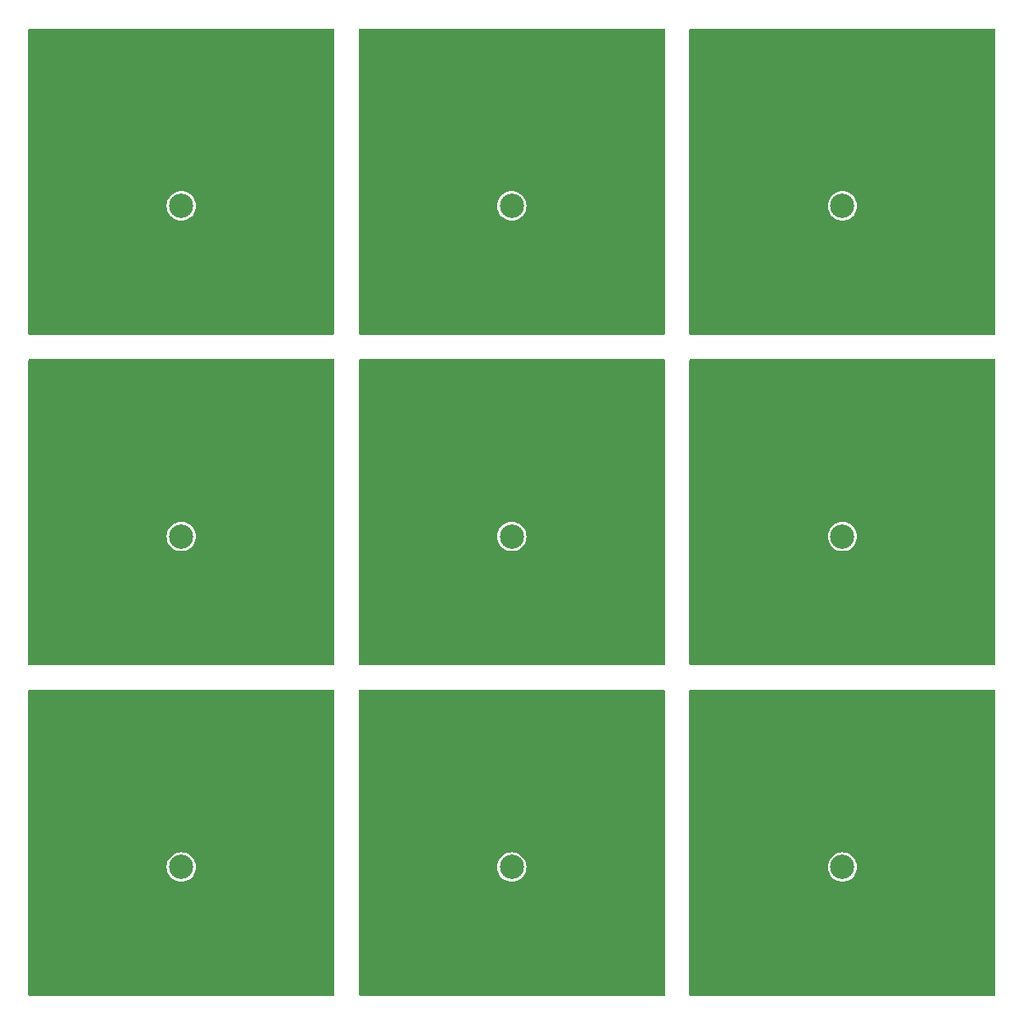
<source format=gbr>
%TF.GenerationSoftware,KiCad,Pcbnew,(6.0.4)*%
%TF.CreationDate,2022-12-29T00:07:26+09:00*%
%TF.ProjectId,gps-ublox-m10s,6770732d-7562-46c6-9f78-2d6d3130732e,rev?*%
%TF.SameCoordinates,Original*%
%TF.FileFunction,Copper,L2,Bot*%
%TF.FilePolarity,Positive*%
%FSLAX46Y46*%
G04 Gerber Fmt 4.6, Leading zero omitted, Abs format (unit mm)*
G04 Created by KiCad (PCBNEW (6.0.4)) date 2022-12-29 00:07:26*
%MOMM*%
%LPD*%
G01*
G04 APERTURE LIST*
%TA.AperFunction,ComponentPad*%
%ADD10C,2.500000*%
%TD*%
%TA.AperFunction,ViaPad*%
%ADD11C,0.800000*%
%TD*%
G04 APERTURE END LIST*
D10*
%TO.P,ANT9,1,1*%
%TO.N,Net-(ANT1-Pad1)*%
X189175000Y-136559831D03*
%TD*%
%TO.P,ANT8,1,1*%
%TO.N,Net-(ANT1-Pad1)*%
X155175000Y-136559831D03*
%TD*%
%TO.P,ANT7,1,1*%
%TO.N,Net-(ANT1-Pad1)*%
X121175000Y-136559831D03*
%TD*%
%TO.P,ANT6,1,1*%
%TO.N,Net-(ANT1-Pad1)*%
X189175000Y-102559831D03*
%TD*%
%TO.P,ANT5,1,1*%
%TO.N,Net-(ANT1-Pad1)*%
X155175000Y-102559831D03*
%TD*%
%TO.P,ANT4,1,1*%
%TO.N,Net-(ANT1-Pad1)*%
X121175000Y-102559831D03*
%TD*%
%TO.P,ANT3,1,1*%
%TO.N,Net-(ANT1-Pad1)*%
X189175000Y-68559831D03*
%TD*%
%TO.P,ANT2,1,1*%
%TO.N,Net-(ANT1-Pad1)*%
X155175000Y-68559831D03*
%TD*%
%TO.P,ANT1,1,1*%
%TO.N,Net-(ANT1-Pad1)*%
X121175000Y-68559831D03*
%TD*%
D11*
%TO.N,GND*%
X174675000Y-148559831D03*
X190175000Y-140559831D03*
X182175000Y-146059831D03*
X187675000Y-122059831D03*
X184843022Y-132078340D03*
X174675000Y-119559831D03*
X194675000Y-143559831D03*
X187175000Y-136259831D03*
X203175000Y-143559831D03*
X189775000Y-134659831D03*
X184843022Y-148578340D03*
X187375000Y-137459831D03*
X178375000Y-129859831D03*
X187624308Y-143587525D03*
X195606978Y-124641322D03*
X174675000Y-122059831D03*
X174675000Y-134559831D03*
X187675000Y-148559831D03*
X201175000Y-139459831D03*
X190225692Y-148532137D03*
X195675000Y-122059831D03*
X182225692Y-132032137D03*
X194775000Y-146059831D03*
X182225692Y-122032137D03*
X203175000Y-141059831D03*
X179675000Y-132059831D03*
X194175000Y-138259831D03*
X174675000Y-132059831D03*
X200675000Y-119559831D03*
X192843022Y-122078340D03*
X179624308Y-140587525D03*
X182225692Y-134532137D03*
X201175000Y-135259831D03*
X176792330Y-143606034D03*
X182225692Y-137532137D03*
X203175000Y-132259831D03*
X191575000Y-140259831D03*
X179675000Y-148559831D03*
X174675000Y-137559831D03*
X191575000Y-135659831D03*
X176843022Y-132078340D03*
X176843022Y-137578340D03*
X190175000Y-143559831D03*
X198175000Y-137459831D03*
X183075000Y-130659831D03*
X187675000Y-119559831D03*
X176792330Y-146106034D03*
X174624308Y-143587525D03*
X200606978Y-124641322D03*
X198225692Y-148532137D03*
X184792330Y-143606034D03*
X182175000Y-140559831D03*
X179675000Y-134559831D03*
X203175000Y-148559831D03*
X179675000Y-137559831D03*
X192575000Y-146059831D03*
X203106978Y-124641322D03*
X194975000Y-135259831D03*
X179624308Y-143587525D03*
X184843022Y-119578340D03*
X192775000Y-124659831D03*
X187575000Y-135259831D03*
X182175000Y-143559831D03*
X203175000Y-122059831D03*
X198175000Y-139459831D03*
X184843022Y-137578340D03*
X187624308Y-140587525D03*
X179675000Y-122059831D03*
X203225692Y-146032137D03*
X176843022Y-148578340D03*
X192843022Y-119578340D03*
X203225692Y-135032137D03*
X195675000Y-119559831D03*
X176792330Y-140606034D03*
X187775000Y-125459831D03*
X190175000Y-146059831D03*
X187624308Y-146087525D03*
X201175000Y-137459831D03*
X188175000Y-138259831D03*
X192475000Y-143559831D03*
X176843022Y-122078340D03*
X187775000Y-132059831D03*
X192843022Y-148578340D03*
X200675000Y-122059831D03*
X182225692Y-148532137D03*
X179675000Y-119559831D03*
X184843022Y-122078340D03*
X174624308Y-140587525D03*
X198175000Y-135259831D03*
X203175000Y-138059831D03*
X176843022Y-119578340D03*
X177775000Y-125859831D03*
X190225692Y-122032137D03*
X198225692Y-119532137D03*
X176843022Y-134578340D03*
X190225692Y-119532137D03*
X189775000Y-138459831D03*
X184792330Y-146106034D03*
X187775000Y-129259831D03*
X182225692Y-119532137D03*
X195675000Y-148559831D03*
X179624308Y-146087525D03*
X174624308Y-146087525D03*
X201275000Y-133959831D03*
X203175000Y-119559831D03*
X193375000Y-137459831D03*
X192375000Y-136659831D03*
X184843022Y-134578340D03*
X194975000Y-139459831D03*
X190575000Y-139259831D03*
X184792330Y-140606034D03*
X188575000Y-134659831D03*
X200675000Y-148559831D03*
X191775000Y-130859831D03*
X198225692Y-122032137D03*
X190775000Y-134859831D03*
X194975000Y-137459831D03*
X193675000Y-130059831D03*
X198157670Y-124613628D03*
X140675000Y-148559831D03*
X156175000Y-140559831D03*
X148175000Y-146059831D03*
X153675000Y-122059831D03*
X150843022Y-132078340D03*
X140675000Y-119559831D03*
X160675000Y-143559831D03*
X153175000Y-136259831D03*
X169175000Y-143559831D03*
X155775000Y-134659831D03*
X150843022Y-148578340D03*
X153375000Y-137459831D03*
X144375000Y-129859831D03*
X153624308Y-143587525D03*
X161606978Y-124641322D03*
X140675000Y-122059831D03*
X140675000Y-134559831D03*
X153675000Y-148559831D03*
X167175000Y-139459831D03*
X156225692Y-148532137D03*
X161675000Y-122059831D03*
X148225692Y-132032137D03*
X160775000Y-146059831D03*
X148225692Y-122032137D03*
X169175000Y-141059831D03*
X145675000Y-132059831D03*
X160175000Y-138259831D03*
X140675000Y-132059831D03*
X166675000Y-119559831D03*
X158843022Y-122078340D03*
X145624308Y-140587525D03*
X148225692Y-134532137D03*
X167175000Y-135259831D03*
X142792330Y-143606034D03*
X148225692Y-137532137D03*
X169175000Y-132259831D03*
X157575000Y-140259831D03*
X145675000Y-148559831D03*
X140675000Y-137559831D03*
X157575000Y-135659831D03*
X142843022Y-132078340D03*
X142843022Y-137578340D03*
X156175000Y-143559831D03*
X164175000Y-137459831D03*
X149075000Y-130659831D03*
X153675000Y-119559831D03*
X142792330Y-146106034D03*
X140624308Y-143587525D03*
X166606978Y-124641322D03*
X164225692Y-148532137D03*
X150792330Y-143606034D03*
X148175000Y-140559831D03*
X145675000Y-134559831D03*
X169175000Y-148559831D03*
X145675000Y-137559831D03*
X158575000Y-146059831D03*
X169106978Y-124641322D03*
X160975000Y-135259831D03*
X145624308Y-143587525D03*
X150843022Y-119578340D03*
X158775000Y-124659831D03*
X153575000Y-135259831D03*
X148175000Y-143559831D03*
X169175000Y-122059831D03*
X164175000Y-139459831D03*
X150843022Y-137578340D03*
X153624308Y-140587525D03*
X145675000Y-122059831D03*
X169225692Y-146032137D03*
X142843022Y-148578340D03*
X158843022Y-119578340D03*
X169225692Y-135032137D03*
X161675000Y-119559831D03*
X142792330Y-140606034D03*
X153775000Y-125459831D03*
X156175000Y-146059831D03*
X153624308Y-146087525D03*
X167175000Y-137459831D03*
X154175000Y-138259831D03*
X158475000Y-143559831D03*
X142843022Y-122078340D03*
X153775000Y-132059831D03*
X158843022Y-148578340D03*
X166675000Y-122059831D03*
X148225692Y-148532137D03*
X145675000Y-119559831D03*
X150843022Y-122078340D03*
X140624308Y-140587525D03*
X164175000Y-135259831D03*
X169175000Y-138059831D03*
X142843022Y-119578340D03*
X143775000Y-125859831D03*
X156225692Y-122032137D03*
X164225692Y-119532137D03*
X142843022Y-134578340D03*
X156225692Y-119532137D03*
X155775000Y-138459831D03*
X150792330Y-146106034D03*
X153775000Y-129259831D03*
X148225692Y-119532137D03*
X161675000Y-148559831D03*
X145624308Y-146087525D03*
X140624308Y-146087525D03*
X167275000Y-133959831D03*
X169175000Y-119559831D03*
X159375000Y-137459831D03*
X158375000Y-136659831D03*
X150843022Y-134578340D03*
X160975000Y-139459831D03*
X156575000Y-139259831D03*
X150792330Y-140606034D03*
X154575000Y-134659831D03*
X166675000Y-148559831D03*
X157775000Y-130859831D03*
X164225692Y-122032137D03*
X156775000Y-134859831D03*
X160975000Y-137459831D03*
X159675000Y-130059831D03*
X164157670Y-124613628D03*
X106675000Y-148559831D03*
X122175000Y-140559831D03*
X114175000Y-146059831D03*
X119675000Y-122059831D03*
X116843022Y-132078340D03*
X106675000Y-119559831D03*
X126675000Y-143559831D03*
X119175000Y-136259831D03*
X135175000Y-143559831D03*
X121775000Y-134659831D03*
X116843022Y-148578340D03*
X119375000Y-137459831D03*
X110375000Y-129859831D03*
X119624308Y-143587525D03*
X127606978Y-124641322D03*
X106675000Y-122059831D03*
X106675000Y-134559831D03*
X119675000Y-148559831D03*
X133175000Y-139459831D03*
X122225692Y-148532137D03*
X127675000Y-122059831D03*
X114225692Y-132032137D03*
X126775000Y-146059831D03*
X114225692Y-122032137D03*
X135175000Y-141059831D03*
X111675000Y-132059831D03*
X126175000Y-138259831D03*
X106675000Y-132059831D03*
X132675000Y-119559831D03*
X124843022Y-122078340D03*
X111624308Y-140587525D03*
X114225692Y-134532137D03*
X133175000Y-135259831D03*
X108792330Y-143606034D03*
X114225692Y-137532137D03*
X135175000Y-132259831D03*
X123575000Y-140259831D03*
X111675000Y-148559831D03*
X106675000Y-137559831D03*
X123575000Y-135659831D03*
X108843022Y-132078340D03*
X108843022Y-137578340D03*
X122175000Y-143559831D03*
X130175000Y-137459831D03*
X115075000Y-130659831D03*
X119675000Y-119559831D03*
X108792330Y-146106034D03*
X106624308Y-143587525D03*
X132606978Y-124641322D03*
X130225692Y-148532137D03*
X116792330Y-143606034D03*
X114175000Y-140559831D03*
X111675000Y-134559831D03*
X135175000Y-148559831D03*
X111675000Y-137559831D03*
X124575000Y-146059831D03*
X135106978Y-124641322D03*
X126975000Y-135259831D03*
X111624308Y-143587525D03*
X116843022Y-119578340D03*
X124775000Y-124659831D03*
X119575000Y-135259831D03*
X114175000Y-143559831D03*
X135175000Y-122059831D03*
X130175000Y-139459831D03*
X116843022Y-137578340D03*
X119624308Y-140587525D03*
X111675000Y-122059831D03*
X135225692Y-146032137D03*
X108843022Y-148578340D03*
X124843022Y-119578340D03*
X135225692Y-135032137D03*
X127675000Y-119559831D03*
X108792330Y-140606034D03*
X119775000Y-125459831D03*
X122175000Y-146059831D03*
X119624308Y-146087525D03*
X133175000Y-137459831D03*
X120175000Y-138259831D03*
X124475000Y-143559831D03*
X108843022Y-122078340D03*
X119775000Y-132059831D03*
X124843022Y-148578340D03*
X132675000Y-122059831D03*
X114225692Y-148532137D03*
X111675000Y-119559831D03*
X116843022Y-122078340D03*
X106624308Y-140587525D03*
X130175000Y-135259831D03*
X135175000Y-138059831D03*
X108843022Y-119578340D03*
X109775000Y-125859831D03*
X122225692Y-122032137D03*
X130225692Y-119532137D03*
X108843022Y-134578340D03*
X122225692Y-119532137D03*
X121775000Y-138459831D03*
X116792330Y-146106034D03*
X119775000Y-129259831D03*
X114225692Y-119532137D03*
X127675000Y-148559831D03*
X111624308Y-146087525D03*
X106624308Y-146087525D03*
X133275000Y-133959831D03*
X135175000Y-119559831D03*
X125375000Y-137459831D03*
X124375000Y-136659831D03*
X116843022Y-134578340D03*
X126975000Y-139459831D03*
X122575000Y-139259831D03*
X116792330Y-140606034D03*
X120575000Y-134659831D03*
X132675000Y-148559831D03*
X123775000Y-130859831D03*
X130225692Y-122032137D03*
X122775000Y-134859831D03*
X126975000Y-137459831D03*
X125675000Y-130059831D03*
X130157670Y-124613628D03*
X174675000Y-114559831D03*
X190175000Y-106559831D03*
X182175000Y-112059831D03*
X187675000Y-88059831D03*
X184843022Y-98078340D03*
X174675000Y-85559831D03*
X194675000Y-109559831D03*
X187175000Y-102259831D03*
X203175000Y-109559831D03*
X189775000Y-100659831D03*
X184843022Y-114578340D03*
X187375000Y-103459831D03*
X178375000Y-95859831D03*
X187624308Y-109587525D03*
X195606978Y-90641322D03*
X174675000Y-88059831D03*
X174675000Y-100559831D03*
X187675000Y-114559831D03*
X201175000Y-105459831D03*
X190225692Y-114532137D03*
X195675000Y-88059831D03*
X182225692Y-98032137D03*
X194775000Y-112059831D03*
X182225692Y-88032137D03*
X203175000Y-107059831D03*
X179675000Y-98059831D03*
X194175000Y-104259831D03*
X174675000Y-98059831D03*
X200675000Y-85559831D03*
X192843022Y-88078340D03*
X179624308Y-106587525D03*
X182225692Y-100532137D03*
X201175000Y-101259831D03*
X176792330Y-109606034D03*
X182225692Y-103532137D03*
X203175000Y-98259831D03*
X191575000Y-106259831D03*
X179675000Y-114559831D03*
X174675000Y-103559831D03*
X191575000Y-101659831D03*
X176843022Y-98078340D03*
X176843022Y-103578340D03*
X190175000Y-109559831D03*
X198175000Y-103459831D03*
X183075000Y-96659831D03*
X187675000Y-85559831D03*
X176792330Y-112106034D03*
X174624308Y-109587525D03*
X200606978Y-90641322D03*
X198225692Y-114532137D03*
X184792330Y-109606034D03*
X182175000Y-106559831D03*
X179675000Y-100559831D03*
X203175000Y-114559831D03*
X179675000Y-103559831D03*
X192575000Y-112059831D03*
X203106978Y-90641322D03*
X194975000Y-101259831D03*
X179624308Y-109587525D03*
X184843022Y-85578340D03*
X192775000Y-90659831D03*
X187575000Y-101259831D03*
X182175000Y-109559831D03*
X203175000Y-88059831D03*
X198175000Y-105459831D03*
X184843022Y-103578340D03*
X187624308Y-106587525D03*
X179675000Y-88059831D03*
X203225692Y-112032137D03*
X176843022Y-114578340D03*
X192843022Y-85578340D03*
X203225692Y-101032137D03*
X195675000Y-85559831D03*
X176792330Y-106606034D03*
X187775000Y-91459831D03*
X190175000Y-112059831D03*
X187624308Y-112087525D03*
X201175000Y-103459831D03*
X188175000Y-104259831D03*
X192475000Y-109559831D03*
X176843022Y-88078340D03*
X187775000Y-98059831D03*
X192843022Y-114578340D03*
X200675000Y-88059831D03*
X182225692Y-114532137D03*
X179675000Y-85559831D03*
X184843022Y-88078340D03*
X174624308Y-106587525D03*
X198175000Y-101259831D03*
X203175000Y-104059831D03*
X176843022Y-85578340D03*
X177775000Y-91859831D03*
X190225692Y-88032137D03*
X198225692Y-85532137D03*
X176843022Y-100578340D03*
X190225692Y-85532137D03*
X189775000Y-104459831D03*
X184792330Y-112106034D03*
X187775000Y-95259831D03*
X182225692Y-85532137D03*
X195675000Y-114559831D03*
X179624308Y-112087525D03*
X174624308Y-112087525D03*
X201275000Y-99959831D03*
X203175000Y-85559831D03*
X193375000Y-103459831D03*
X192375000Y-102659831D03*
X184843022Y-100578340D03*
X194975000Y-105459831D03*
X190575000Y-105259831D03*
X184792330Y-106606034D03*
X188575000Y-100659831D03*
X200675000Y-114559831D03*
X191775000Y-96859831D03*
X198225692Y-88032137D03*
X190775000Y-100859831D03*
X194975000Y-103459831D03*
X193675000Y-96059831D03*
X198157670Y-90613628D03*
X140675000Y-114559831D03*
X156175000Y-106559831D03*
X148175000Y-112059831D03*
X153675000Y-88059831D03*
X150843022Y-98078340D03*
X140675000Y-85559831D03*
X160675000Y-109559831D03*
X153175000Y-102259831D03*
X169175000Y-109559831D03*
X155775000Y-100659831D03*
X150843022Y-114578340D03*
X153375000Y-103459831D03*
X144375000Y-95859831D03*
X153624308Y-109587525D03*
X161606978Y-90641322D03*
X140675000Y-88059831D03*
X140675000Y-100559831D03*
X153675000Y-114559831D03*
X167175000Y-105459831D03*
X156225692Y-114532137D03*
X161675000Y-88059831D03*
X148225692Y-98032137D03*
X160775000Y-112059831D03*
X148225692Y-88032137D03*
X169175000Y-107059831D03*
X145675000Y-98059831D03*
X160175000Y-104259831D03*
X140675000Y-98059831D03*
X166675000Y-85559831D03*
X158843022Y-88078340D03*
X145624308Y-106587525D03*
X148225692Y-100532137D03*
X167175000Y-101259831D03*
X142792330Y-109606034D03*
X148225692Y-103532137D03*
X169175000Y-98259831D03*
X157575000Y-106259831D03*
X145675000Y-114559831D03*
X140675000Y-103559831D03*
X157575000Y-101659831D03*
X142843022Y-98078340D03*
X142843022Y-103578340D03*
X156175000Y-109559831D03*
X164175000Y-103459831D03*
X149075000Y-96659831D03*
X153675000Y-85559831D03*
X142792330Y-112106034D03*
X140624308Y-109587525D03*
X166606978Y-90641322D03*
X164225692Y-114532137D03*
X150792330Y-109606034D03*
X148175000Y-106559831D03*
X145675000Y-100559831D03*
X169175000Y-114559831D03*
X145675000Y-103559831D03*
X158575000Y-112059831D03*
X169106978Y-90641322D03*
X160975000Y-101259831D03*
X145624308Y-109587525D03*
X150843022Y-85578340D03*
X158775000Y-90659831D03*
X153575000Y-101259831D03*
X148175000Y-109559831D03*
X169175000Y-88059831D03*
X164175000Y-105459831D03*
X150843022Y-103578340D03*
X153624308Y-106587525D03*
X145675000Y-88059831D03*
X169225692Y-112032137D03*
X142843022Y-114578340D03*
X158843022Y-85578340D03*
X169225692Y-101032137D03*
X161675000Y-85559831D03*
X142792330Y-106606034D03*
X153775000Y-91459831D03*
X156175000Y-112059831D03*
X153624308Y-112087525D03*
X167175000Y-103459831D03*
X154175000Y-104259831D03*
X158475000Y-109559831D03*
X142843022Y-88078340D03*
X153775000Y-98059831D03*
X158843022Y-114578340D03*
X166675000Y-88059831D03*
X148225692Y-114532137D03*
X145675000Y-85559831D03*
X150843022Y-88078340D03*
X140624308Y-106587525D03*
X164175000Y-101259831D03*
X169175000Y-104059831D03*
X142843022Y-85578340D03*
X143775000Y-91859831D03*
X156225692Y-88032137D03*
X164225692Y-85532137D03*
X142843022Y-100578340D03*
X156225692Y-85532137D03*
X155775000Y-104459831D03*
X150792330Y-112106034D03*
X153775000Y-95259831D03*
X148225692Y-85532137D03*
X161675000Y-114559831D03*
X145624308Y-112087525D03*
X140624308Y-112087525D03*
X167275000Y-99959831D03*
X169175000Y-85559831D03*
X159375000Y-103459831D03*
X158375000Y-102659831D03*
X150843022Y-100578340D03*
X160975000Y-105459831D03*
X156575000Y-105259831D03*
X150792330Y-106606034D03*
X154575000Y-100659831D03*
X166675000Y-114559831D03*
X157775000Y-96859831D03*
X164225692Y-88032137D03*
X156775000Y-100859831D03*
X160975000Y-103459831D03*
X159675000Y-96059831D03*
X164157670Y-90613628D03*
X106675000Y-114559831D03*
X122175000Y-106559831D03*
X114175000Y-112059831D03*
X119675000Y-88059831D03*
X116843022Y-98078340D03*
X106675000Y-85559831D03*
X126675000Y-109559831D03*
X119175000Y-102259831D03*
X135175000Y-109559831D03*
X121775000Y-100659831D03*
X116843022Y-114578340D03*
X119375000Y-103459831D03*
X110375000Y-95859831D03*
X119624308Y-109587525D03*
X127606978Y-90641322D03*
X106675000Y-88059831D03*
X106675000Y-100559831D03*
X119675000Y-114559831D03*
X133175000Y-105459831D03*
X122225692Y-114532137D03*
X127675000Y-88059831D03*
X114225692Y-98032137D03*
X126775000Y-112059831D03*
X114225692Y-88032137D03*
X135175000Y-107059831D03*
X111675000Y-98059831D03*
X126175000Y-104259831D03*
X106675000Y-98059831D03*
X132675000Y-85559831D03*
X124843022Y-88078340D03*
X111624308Y-106587525D03*
X114225692Y-100532137D03*
X133175000Y-101259831D03*
X108792330Y-109606034D03*
X114225692Y-103532137D03*
X135175000Y-98259831D03*
X123575000Y-106259831D03*
X111675000Y-114559831D03*
X106675000Y-103559831D03*
X123575000Y-101659831D03*
X108843022Y-98078340D03*
X108843022Y-103578340D03*
X122175000Y-109559831D03*
X130175000Y-103459831D03*
X115075000Y-96659831D03*
X119675000Y-85559831D03*
X108792330Y-112106034D03*
X106624308Y-109587525D03*
X132606978Y-90641322D03*
X130225692Y-114532137D03*
X116792330Y-109606034D03*
X114175000Y-106559831D03*
X111675000Y-100559831D03*
X135175000Y-114559831D03*
X111675000Y-103559831D03*
X124575000Y-112059831D03*
X135106978Y-90641322D03*
X126975000Y-101259831D03*
X111624308Y-109587525D03*
X116843022Y-85578340D03*
X124775000Y-90659831D03*
X119575000Y-101259831D03*
X114175000Y-109559831D03*
X135175000Y-88059831D03*
X130175000Y-105459831D03*
X116843022Y-103578340D03*
X119624308Y-106587525D03*
X111675000Y-88059831D03*
X135225692Y-112032137D03*
X108843022Y-114578340D03*
X124843022Y-85578340D03*
X135225692Y-101032137D03*
X127675000Y-85559831D03*
X108792330Y-106606034D03*
X119775000Y-91459831D03*
X122175000Y-112059831D03*
X119624308Y-112087525D03*
X133175000Y-103459831D03*
X120175000Y-104259831D03*
X124475000Y-109559831D03*
X108843022Y-88078340D03*
X119775000Y-98059831D03*
X124843022Y-114578340D03*
X132675000Y-88059831D03*
X114225692Y-114532137D03*
X111675000Y-85559831D03*
X116843022Y-88078340D03*
X106624308Y-106587525D03*
X130175000Y-101259831D03*
X135175000Y-104059831D03*
X108843022Y-85578340D03*
X109775000Y-91859831D03*
X122225692Y-88032137D03*
X130225692Y-85532137D03*
X108843022Y-100578340D03*
X122225692Y-85532137D03*
X121775000Y-104459831D03*
X116792330Y-112106034D03*
X119775000Y-95259831D03*
X114225692Y-85532137D03*
X127675000Y-114559831D03*
X111624308Y-112087525D03*
X106624308Y-112087525D03*
X133275000Y-99959831D03*
X135175000Y-85559831D03*
X125375000Y-103459831D03*
X124375000Y-102659831D03*
X116843022Y-100578340D03*
X126975000Y-105459831D03*
X122575000Y-105259831D03*
X116792330Y-106606034D03*
X120575000Y-100659831D03*
X132675000Y-114559831D03*
X123775000Y-96859831D03*
X130225692Y-88032137D03*
X122775000Y-100859831D03*
X126975000Y-103459831D03*
X125675000Y-96059831D03*
X130157670Y-90613628D03*
X174675000Y-80559831D03*
X190175000Y-72559831D03*
X182175000Y-78059831D03*
X187675000Y-54059831D03*
X184843022Y-64078340D03*
X174675000Y-51559831D03*
X194675000Y-75559831D03*
X187175000Y-68259831D03*
X203175000Y-75559831D03*
X189775000Y-66659831D03*
X184843022Y-80578340D03*
X187375000Y-69459831D03*
X178375000Y-61859831D03*
X187624308Y-75587525D03*
X195606978Y-56641322D03*
X174675000Y-54059831D03*
X174675000Y-66559831D03*
X187675000Y-80559831D03*
X201175000Y-71459831D03*
X190225692Y-80532137D03*
X195675000Y-54059831D03*
X182225692Y-64032137D03*
X194775000Y-78059831D03*
X182225692Y-54032137D03*
X203175000Y-73059831D03*
X179675000Y-64059831D03*
X194175000Y-70259831D03*
X174675000Y-64059831D03*
X200675000Y-51559831D03*
X192843022Y-54078340D03*
X179624308Y-72587525D03*
X182225692Y-66532137D03*
X201175000Y-67259831D03*
X176792330Y-75606034D03*
X182225692Y-69532137D03*
X203175000Y-64259831D03*
X191575000Y-72259831D03*
X179675000Y-80559831D03*
X174675000Y-69559831D03*
X191575000Y-67659831D03*
X176843022Y-64078340D03*
X176843022Y-69578340D03*
X190175000Y-75559831D03*
X198175000Y-69459831D03*
X183075000Y-62659831D03*
X187675000Y-51559831D03*
X176792330Y-78106034D03*
X174624308Y-75587525D03*
X200606978Y-56641322D03*
X198225692Y-80532137D03*
X184792330Y-75606034D03*
X182175000Y-72559831D03*
X179675000Y-66559831D03*
X203175000Y-80559831D03*
X179675000Y-69559831D03*
X192575000Y-78059831D03*
X203106978Y-56641322D03*
X194975000Y-67259831D03*
X179624308Y-75587525D03*
X184843022Y-51578340D03*
X192775000Y-56659831D03*
X187575000Y-67259831D03*
X182175000Y-75559831D03*
X203175000Y-54059831D03*
X198175000Y-71459831D03*
X184843022Y-69578340D03*
X187624308Y-72587525D03*
X179675000Y-54059831D03*
X203225692Y-78032137D03*
X176843022Y-80578340D03*
X192843022Y-51578340D03*
X203225692Y-67032137D03*
X195675000Y-51559831D03*
X176792330Y-72606034D03*
X187775000Y-57459831D03*
X190175000Y-78059831D03*
X187624308Y-78087525D03*
X201175000Y-69459831D03*
X188175000Y-70259831D03*
X192475000Y-75559831D03*
X176843022Y-54078340D03*
X187775000Y-64059831D03*
X192843022Y-80578340D03*
X200675000Y-54059831D03*
X182225692Y-80532137D03*
X179675000Y-51559831D03*
X184843022Y-54078340D03*
X174624308Y-72587525D03*
X198175000Y-67259831D03*
X203175000Y-70059831D03*
X176843022Y-51578340D03*
X177775000Y-57859831D03*
X190225692Y-54032137D03*
X198225692Y-51532137D03*
X176843022Y-66578340D03*
X190225692Y-51532137D03*
X189775000Y-70459831D03*
X184792330Y-78106034D03*
X187775000Y-61259831D03*
X182225692Y-51532137D03*
X195675000Y-80559831D03*
X179624308Y-78087525D03*
X174624308Y-78087525D03*
X201275000Y-65959831D03*
X203175000Y-51559831D03*
X193375000Y-69459831D03*
X192375000Y-68659831D03*
X184843022Y-66578340D03*
X194975000Y-71459831D03*
X190575000Y-71259831D03*
X184792330Y-72606034D03*
X188575000Y-66659831D03*
X200675000Y-80559831D03*
X191775000Y-62859831D03*
X198225692Y-54032137D03*
X190775000Y-66859831D03*
X194975000Y-69459831D03*
X193675000Y-62059831D03*
X198157670Y-56613628D03*
X140675000Y-80559831D03*
X156175000Y-72559831D03*
X148175000Y-78059831D03*
X153675000Y-54059831D03*
X150843022Y-64078340D03*
X140675000Y-51559831D03*
X160675000Y-75559831D03*
X153175000Y-68259831D03*
X169175000Y-75559831D03*
X155775000Y-66659831D03*
X150843022Y-80578340D03*
X153375000Y-69459831D03*
X144375000Y-61859831D03*
X153624308Y-75587525D03*
X161606978Y-56641322D03*
X140675000Y-54059831D03*
X140675000Y-66559831D03*
X153675000Y-80559831D03*
X167175000Y-71459831D03*
X156225692Y-80532137D03*
X161675000Y-54059831D03*
X148225692Y-64032137D03*
X160775000Y-78059831D03*
X148225692Y-54032137D03*
X169175000Y-73059831D03*
X145675000Y-64059831D03*
X160175000Y-70259831D03*
X140675000Y-64059831D03*
X166675000Y-51559831D03*
X158843022Y-54078340D03*
X145624308Y-72587525D03*
X148225692Y-66532137D03*
X167175000Y-67259831D03*
X142792330Y-75606034D03*
X148225692Y-69532137D03*
X169175000Y-64259831D03*
X157575000Y-72259831D03*
X145675000Y-80559831D03*
X140675000Y-69559831D03*
X157575000Y-67659831D03*
X142843022Y-64078340D03*
X142843022Y-69578340D03*
X156175000Y-75559831D03*
X164175000Y-69459831D03*
X149075000Y-62659831D03*
X153675000Y-51559831D03*
X142792330Y-78106034D03*
X140624308Y-75587525D03*
X166606978Y-56641322D03*
X164225692Y-80532137D03*
X150792330Y-75606034D03*
X148175000Y-72559831D03*
X145675000Y-66559831D03*
X169175000Y-80559831D03*
X145675000Y-69559831D03*
X158575000Y-78059831D03*
X169106978Y-56641322D03*
X160975000Y-67259831D03*
X145624308Y-75587525D03*
X150843022Y-51578340D03*
X158775000Y-56659831D03*
X153575000Y-67259831D03*
X148175000Y-75559831D03*
X169175000Y-54059831D03*
X164175000Y-71459831D03*
X150843022Y-69578340D03*
X153624308Y-72587525D03*
X145675000Y-54059831D03*
X169225692Y-78032137D03*
X142843022Y-80578340D03*
X158843022Y-51578340D03*
X169225692Y-67032137D03*
X161675000Y-51559831D03*
X142792330Y-72606034D03*
X153775000Y-57459831D03*
X156175000Y-78059831D03*
X153624308Y-78087525D03*
X167175000Y-69459831D03*
X154175000Y-70259831D03*
X158475000Y-75559831D03*
X142843022Y-54078340D03*
X153775000Y-64059831D03*
X158843022Y-80578340D03*
X166675000Y-54059831D03*
X148225692Y-80532137D03*
X145675000Y-51559831D03*
X150843022Y-54078340D03*
X140624308Y-72587525D03*
X164175000Y-67259831D03*
X169175000Y-70059831D03*
X142843022Y-51578340D03*
X143775000Y-57859831D03*
X156225692Y-54032137D03*
X164225692Y-51532137D03*
X142843022Y-66578340D03*
X156225692Y-51532137D03*
X155775000Y-70459831D03*
X150792330Y-78106034D03*
X153775000Y-61259831D03*
X148225692Y-51532137D03*
X161675000Y-80559831D03*
X145624308Y-78087525D03*
X140624308Y-78087525D03*
X167275000Y-65959831D03*
X169175000Y-51559831D03*
X159375000Y-69459831D03*
X158375000Y-68659831D03*
X150843022Y-66578340D03*
X160975000Y-71459831D03*
X156575000Y-71259831D03*
X150792330Y-72606034D03*
X154575000Y-66659831D03*
X166675000Y-80559831D03*
X157775000Y-62859831D03*
X164225692Y-54032137D03*
X156775000Y-66859831D03*
X160975000Y-69459831D03*
X159675000Y-62059831D03*
X164157670Y-56613628D03*
X106675000Y-80559831D03*
X106624308Y-78087525D03*
X135175000Y-51559831D03*
X132675000Y-80559831D03*
X111624308Y-78087525D03*
X130225692Y-54032137D03*
X127675000Y-80559831D03*
X130157670Y-56613628D03*
X125675000Y-62059831D03*
X120575000Y-66659831D03*
X124375000Y-68659831D03*
X125375000Y-69459831D03*
X126975000Y-69459831D03*
X122775000Y-66859831D03*
X123775000Y-62859831D03*
X116792330Y-72606034D03*
X133275000Y-65959831D03*
X122575000Y-71259831D03*
X114225692Y-51532137D03*
X126975000Y-71459831D03*
X119775000Y-61259831D03*
X116792330Y-78106034D03*
X116843022Y-66578340D03*
X114175000Y-75559831D03*
X122225692Y-54032137D03*
X135175000Y-70059831D03*
X124775000Y-56659831D03*
X108792330Y-75606034D03*
X130175000Y-69459831D03*
X130175000Y-67259831D03*
X119575000Y-67259831D03*
X108843022Y-51578340D03*
X135175000Y-80559831D03*
X116843022Y-51578340D03*
X122175000Y-78059831D03*
X109775000Y-57859831D03*
X123575000Y-72259831D03*
X124843022Y-80578340D03*
X106624308Y-72587525D03*
X121775000Y-70459831D03*
X114225692Y-80532137D03*
X122175000Y-75559831D03*
X108843022Y-69578340D03*
X119775000Y-57459831D03*
X126975000Y-67259831D03*
X111624308Y-75587525D03*
X108792330Y-78106034D03*
X116792330Y-75606034D03*
X135175000Y-54059831D03*
X122225692Y-51532137D03*
X135106978Y-56641322D03*
X120175000Y-70259831D03*
X116843022Y-54078340D03*
X111675000Y-66559831D03*
X111675000Y-51559831D03*
X130225692Y-80532137D03*
X130175000Y-71459831D03*
X124575000Y-78059831D03*
X132675000Y-54059831D03*
X106675000Y-69559831D03*
X119775000Y-64059831D03*
X108843022Y-66578340D03*
X111675000Y-69559831D03*
X124843022Y-51578340D03*
X135175000Y-64259831D03*
X108792330Y-72606034D03*
X108843022Y-54078340D03*
X114175000Y-72559831D03*
X108843022Y-80578340D03*
X124475000Y-75559831D03*
X132606978Y-56641322D03*
X106624308Y-75587525D03*
X133175000Y-69459831D03*
X119675000Y-51559831D03*
X115075000Y-62659831D03*
X119624308Y-78087525D03*
X108843022Y-64078340D03*
X130225692Y-51532137D03*
X127675000Y-51559831D03*
X123575000Y-67659831D03*
X135225692Y-67032137D03*
X119624308Y-72587525D03*
X111675000Y-80559831D03*
X135225692Y-78032137D03*
X114225692Y-69532137D03*
X111675000Y-54059831D03*
X116843022Y-69578340D03*
X126675000Y-75559831D03*
X122225692Y-80532137D03*
X106675000Y-51559831D03*
X126175000Y-70259831D03*
X114225692Y-54032137D03*
X127675000Y-54059831D03*
X133175000Y-67259831D03*
X121775000Y-66659831D03*
X111624308Y-72587525D03*
X119375000Y-69459831D03*
X124843022Y-54078340D03*
X110375000Y-61859831D03*
X135175000Y-73059831D03*
X116843022Y-80578340D03*
X114225692Y-66532137D03*
X114225692Y-64032137D03*
X133175000Y-71459831D03*
X119624308Y-75587525D03*
X119175000Y-68259831D03*
X119675000Y-80559831D03*
X135175000Y-75559831D03*
X111675000Y-64059831D03*
X116843022Y-64078340D03*
X106675000Y-64059831D03*
X119675000Y-54059831D03*
X126775000Y-78059831D03*
X122175000Y-72559831D03*
X132675000Y-51559831D03*
X106675000Y-54059831D03*
X114175000Y-78059831D03*
X127606978Y-56641322D03*
X106675000Y-66559831D03*
%TD*%
%TA.AperFunction,Conductor*%
%TO.N,GND*%
G36*
X136862621Y-50334333D02*
G01*
X136909114Y-50387989D01*
X136920500Y-50440331D01*
X136920500Y-81679331D01*
X136900498Y-81747452D01*
X136846842Y-81793945D01*
X136794500Y-81805331D01*
X105555500Y-81805331D01*
X105487379Y-81785329D01*
X105440886Y-81731673D01*
X105429500Y-81679331D01*
X105429500Y-68559831D01*
X119665848Y-68559831D01*
X119684428Y-68795914D01*
X119739711Y-69026185D01*
X119830336Y-69244972D01*
X119954070Y-69446888D01*
X120107868Y-69626963D01*
X120287943Y-69780761D01*
X120489859Y-69904495D01*
X120494429Y-69906388D01*
X120494433Y-69906390D01*
X120704073Y-69993226D01*
X120704075Y-69993227D01*
X120708646Y-69995120D01*
X120788499Y-70014291D01*
X120934104Y-70049248D01*
X120934110Y-70049249D01*
X120938917Y-70050403D01*
X121175000Y-70068983D01*
X121411083Y-70050403D01*
X121415890Y-70049249D01*
X121415896Y-70049248D01*
X121561501Y-70014291D01*
X121641354Y-69995120D01*
X121645925Y-69993227D01*
X121645927Y-69993226D01*
X121855567Y-69906390D01*
X121855571Y-69906388D01*
X121860141Y-69904495D01*
X122062057Y-69780761D01*
X122242132Y-69626963D01*
X122395930Y-69446888D01*
X122519664Y-69244972D01*
X122610289Y-69026185D01*
X122665572Y-68795914D01*
X122684152Y-68559831D01*
X122665572Y-68323748D01*
X122610289Y-68093477D01*
X122519664Y-67874690D01*
X122395930Y-67672774D01*
X122242132Y-67492699D01*
X122062057Y-67338901D01*
X121860141Y-67215167D01*
X121855571Y-67213274D01*
X121855567Y-67213272D01*
X121645927Y-67126436D01*
X121645925Y-67126435D01*
X121641354Y-67124542D01*
X121561501Y-67105371D01*
X121415896Y-67070414D01*
X121415890Y-67070413D01*
X121411083Y-67069259D01*
X121175000Y-67050679D01*
X120938917Y-67069259D01*
X120934110Y-67070413D01*
X120934104Y-67070414D01*
X120788499Y-67105371D01*
X120708646Y-67124542D01*
X120704075Y-67126435D01*
X120704073Y-67126436D01*
X120494433Y-67213272D01*
X120494429Y-67213274D01*
X120489859Y-67215167D01*
X120287943Y-67338901D01*
X120107868Y-67492699D01*
X119954070Y-67672774D01*
X119830336Y-67874690D01*
X119739711Y-68093477D01*
X119684428Y-68323748D01*
X119665848Y-68559831D01*
X105429500Y-68559831D01*
X105429500Y-50440331D01*
X105449502Y-50372210D01*
X105503158Y-50325717D01*
X105555500Y-50314331D01*
X136794500Y-50314331D01*
X136862621Y-50334333D01*
G37*
%TD.AperFunction*%
%TD*%
%TA.AperFunction,Conductor*%
%TO.N,GND*%
G36*
X170862621Y-50334333D02*
G01*
X170909114Y-50387989D01*
X170920500Y-50440331D01*
X170920500Y-81679331D01*
X170900498Y-81747452D01*
X170846842Y-81793945D01*
X170794500Y-81805331D01*
X139555500Y-81805331D01*
X139487379Y-81785329D01*
X139440886Y-81731673D01*
X139429500Y-81679331D01*
X139429500Y-68559831D01*
X153665848Y-68559831D01*
X153684428Y-68795914D01*
X153739711Y-69026185D01*
X153830336Y-69244972D01*
X153954070Y-69446888D01*
X154107868Y-69626963D01*
X154287943Y-69780761D01*
X154489859Y-69904495D01*
X154494429Y-69906388D01*
X154494433Y-69906390D01*
X154704073Y-69993226D01*
X154704075Y-69993227D01*
X154708646Y-69995120D01*
X154788499Y-70014291D01*
X154934104Y-70049248D01*
X154934110Y-70049249D01*
X154938917Y-70050403D01*
X155175000Y-70068983D01*
X155411083Y-70050403D01*
X155415890Y-70049249D01*
X155415896Y-70049248D01*
X155561501Y-70014291D01*
X155641354Y-69995120D01*
X155645925Y-69993227D01*
X155645927Y-69993226D01*
X155855567Y-69906390D01*
X155855571Y-69906388D01*
X155860141Y-69904495D01*
X156062057Y-69780761D01*
X156242132Y-69626963D01*
X156395930Y-69446888D01*
X156519664Y-69244972D01*
X156610289Y-69026185D01*
X156665572Y-68795914D01*
X156684152Y-68559831D01*
X156665572Y-68323748D01*
X156610289Y-68093477D01*
X156519664Y-67874690D01*
X156395930Y-67672774D01*
X156242132Y-67492699D01*
X156062057Y-67338901D01*
X155860141Y-67215167D01*
X155855571Y-67213274D01*
X155855567Y-67213272D01*
X155645927Y-67126436D01*
X155645925Y-67126435D01*
X155641354Y-67124542D01*
X155561501Y-67105371D01*
X155415896Y-67070414D01*
X155415890Y-67070413D01*
X155411083Y-67069259D01*
X155175000Y-67050679D01*
X154938917Y-67069259D01*
X154934110Y-67070413D01*
X154934104Y-67070414D01*
X154788499Y-67105371D01*
X154708646Y-67124542D01*
X154704075Y-67126435D01*
X154704073Y-67126436D01*
X154494433Y-67213272D01*
X154494429Y-67213274D01*
X154489859Y-67215167D01*
X154287943Y-67338901D01*
X154107868Y-67492699D01*
X153954070Y-67672774D01*
X153830336Y-67874690D01*
X153739711Y-68093477D01*
X153684428Y-68323748D01*
X153665848Y-68559831D01*
X139429500Y-68559831D01*
X139429500Y-50440331D01*
X139449502Y-50372210D01*
X139503158Y-50325717D01*
X139555500Y-50314331D01*
X170794500Y-50314331D01*
X170862621Y-50334333D01*
G37*
%TD.AperFunction*%
%TD*%
%TA.AperFunction,Conductor*%
%TO.N,GND*%
G36*
X204862621Y-50334333D02*
G01*
X204909114Y-50387989D01*
X204920500Y-50440331D01*
X204920500Y-81679331D01*
X204900498Y-81747452D01*
X204846842Y-81793945D01*
X204794500Y-81805331D01*
X173555500Y-81805331D01*
X173487379Y-81785329D01*
X173440886Y-81731673D01*
X173429500Y-81679331D01*
X173429500Y-68559831D01*
X187665848Y-68559831D01*
X187684428Y-68795914D01*
X187739711Y-69026185D01*
X187830336Y-69244972D01*
X187954070Y-69446888D01*
X188107868Y-69626963D01*
X188287943Y-69780761D01*
X188489859Y-69904495D01*
X188494429Y-69906388D01*
X188494433Y-69906390D01*
X188704073Y-69993226D01*
X188704075Y-69993227D01*
X188708646Y-69995120D01*
X188788499Y-70014291D01*
X188934104Y-70049248D01*
X188934110Y-70049249D01*
X188938917Y-70050403D01*
X189175000Y-70068983D01*
X189411083Y-70050403D01*
X189415890Y-70049249D01*
X189415896Y-70049248D01*
X189561501Y-70014291D01*
X189641354Y-69995120D01*
X189645925Y-69993227D01*
X189645927Y-69993226D01*
X189855567Y-69906390D01*
X189855571Y-69906388D01*
X189860141Y-69904495D01*
X190062057Y-69780761D01*
X190242132Y-69626963D01*
X190395930Y-69446888D01*
X190519664Y-69244972D01*
X190610289Y-69026185D01*
X190665572Y-68795914D01*
X190684152Y-68559831D01*
X190665572Y-68323748D01*
X190610289Y-68093477D01*
X190519664Y-67874690D01*
X190395930Y-67672774D01*
X190242132Y-67492699D01*
X190062057Y-67338901D01*
X189860141Y-67215167D01*
X189855571Y-67213274D01*
X189855567Y-67213272D01*
X189645927Y-67126436D01*
X189645925Y-67126435D01*
X189641354Y-67124542D01*
X189561501Y-67105371D01*
X189415896Y-67070414D01*
X189415890Y-67070413D01*
X189411083Y-67069259D01*
X189175000Y-67050679D01*
X188938917Y-67069259D01*
X188934110Y-67070413D01*
X188934104Y-67070414D01*
X188788499Y-67105371D01*
X188708646Y-67124542D01*
X188704075Y-67126435D01*
X188704073Y-67126436D01*
X188494433Y-67213272D01*
X188494429Y-67213274D01*
X188489859Y-67215167D01*
X188287943Y-67338901D01*
X188107868Y-67492699D01*
X187954070Y-67672774D01*
X187830336Y-67874690D01*
X187739711Y-68093477D01*
X187684428Y-68323748D01*
X187665848Y-68559831D01*
X173429500Y-68559831D01*
X173429500Y-50440331D01*
X173449502Y-50372210D01*
X173503158Y-50325717D01*
X173555500Y-50314331D01*
X204794500Y-50314331D01*
X204862621Y-50334333D01*
G37*
%TD.AperFunction*%
%TD*%
%TA.AperFunction,Conductor*%
%TO.N,GND*%
G36*
X136862621Y-84334333D02*
G01*
X136909114Y-84387989D01*
X136920500Y-84440331D01*
X136920500Y-115679331D01*
X136900498Y-115747452D01*
X136846842Y-115793945D01*
X136794500Y-115805331D01*
X105555500Y-115805331D01*
X105487379Y-115785329D01*
X105440886Y-115731673D01*
X105429500Y-115679331D01*
X105429500Y-102559831D01*
X119665848Y-102559831D01*
X119684428Y-102795914D01*
X119739711Y-103026185D01*
X119830336Y-103244972D01*
X119954070Y-103446888D01*
X120107868Y-103626963D01*
X120287943Y-103780761D01*
X120489859Y-103904495D01*
X120494429Y-103906388D01*
X120494433Y-103906390D01*
X120704073Y-103993226D01*
X120704075Y-103993227D01*
X120708646Y-103995120D01*
X120788499Y-104014291D01*
X120934104Y-104049248D01*
X120934110Y-104049249D01*
X120938917Y-104050403D01*
X121175000Y-104068983D01*
X121411083Y-104050403D01*
X121415890Y-104049249D01*
X121415896Y-104049248D01*
X121561501Y-104014291D01*
X121641354Y-103995120D01*
X121645925Y-103993227D01*
X121645927Y-103993226D01*
X121855567Y-103906390D01*
X121855571Y-103906388D01*
X121860141Y-103904495D01*
X122062057Y-103780761D01*
X122242132Y-103626963D01*
X122395930Y-103446888D01*
X122519664Y-103244972D01*
X122610289Y-103026185D01*
X122665572Y-102795914D01*
X122684152Y-102559831D01*
X122665572Y-102323748D01*
X122610289Y-102093477D01*
X122519664Y-101874690D01*
X122395930Y-101672774D01*
X122242132Y-101492699D01*
X122062057Y-101338901D01*
X121860141Y-101215167D01*
X121855571Y-101213274D01*
X121855567Y-101213272D01*
X121645927Y-101126436D01*
X121645925Y-101126435D01*
X121641354Y-101124542D01*
X121561501Y-101105371D01*
X121415896Y-101070414D01*
X121415890Y-101070413D01*
X121411083Y-101069259D01*
X121175000Y-101050679D01*
X120938917Y-101069259D01*
X120934110Y-101070413D01*
X120934104Y-101070414D01*
X120788499Y-101105371D01*
X120708646Y-101124542D01*
X120704075Y-101126435D01*
X120704073Y-101126436D01*
X120494433Y-101213272D01*
X120494429Y-101213274D01*
X120489859Y-101215167D01*
X120287943Y-101338901D01*
X120107868Y-101492699D01*
X119954070Y-101672774D01*
X119830336Y-101874690D01*
X119739711Y-102093477D01*
X119684428Y-102323748D01*
X119665848Y-102559831D01*
X105429500Y-102559831D01*
X105429500Y-84440331D01*
X105449502Y-84372210D01*
X105503158Y-84325717D01*
X105555500Y-84314331D01*
X136794500Y-84314331D01*
X136862621Y-84334333D01*
G37*
%TD.AperFunction*%
%TD*%
%TA.AperFunction,Conductor*%
%TO.N,GND*%
G36*
X170862621Y-84334333D02*
G01*
X170909114Y-84387989D01*
X170920500Y-84440331D01*
X170920500Y-115679331D01*
X170900498Y-115747452D01*
X170846842Y-115793945D01*
X170794500Y-115805331D01*
X139555500Y-115805331D01*
X139487379Y-115785329D01*
X139440886Y-115731673D01*
X139429500Y-115679331D01*
X139429500Y-102559831D01*
X153665848Y-102559831D01*
X153684428Y-102795914D01*
X153739711Y-103026185D01*
X153830336Y-103244972D01*
X153954070Y-103446888D01*
X154107868Y-103626963D01*
X154287943Y-103780761D01*
X154489859Y-103904495D01*
X154494429Y-103906388D01*
X154494433Y-103906390D01*
X154704073Y-103993226D01*
X154704075Y-103993227D01*
X154708646Y-103995120D01*
X154788499Y-104014291D01*
X154934104Y-104049248D01*
X154934110Y-104049249D01*
X154938917Y-104050403D01*
X155175000Y-104068983D01*
X155411083Y-104050403D01*
X155415890Y-104049249D01*
X155415896Y-104049248D01*
X155561501Y-104014291D01*
X155641354Y-103995120D01*
X155645925Y-103993227D01*
X155645927Y-103993226D01*
X155855567Y-103906390D01*
X155855571Y-103906388D01*
X155860141Y-103904495D01*
X156062057Y-103780761D01*
X156242132Y-103626963D01*
X156395930Y-103446888D01*
X156519664Y-103244972D01*
X156610289Y-103026185D01*
X156665572Y-102795914D01*
X156684152Y-102559831D01*
X156665572Y-102323748D01*
X156610289Y-102093477D01*
X156519664Y-101874690D01*
X156395930Y-101672774D01*
X156242132Y-101492699D01*
X156062057Y-101338901D01*
X155860141Y-101215167D01*
X155855571Y-101213274D01*
X155855567Y-101213272D01*
X155645927Y-101126436D01*
X155645925Y-101126435D01*
X155641354Y-101124542D01*
X155561501Y-101105371D01*
X155415896Y-101070414D01*
X155415890Y-101070413D01*
X155411083Y-101069259D01*
X155175000Y-101050679D01*
X154938917Y-101069259D01*
X154934110Y-101070413D01*
X154934104Y-101070414D01*
X154788499Y-101105371D01*
X154708646Y-101124542D01*
X154704075Y-101126435D01*
X154704073Y-101126436D01*
X154494433Y-101213272D01*
X154494429Y-101213274D01*
X154489859Y-101215167D01*
X154287943Y-101338901D01*
X154107868Y-101492699D01*
X153954070Y-101672774D01*
X153830336Y-101874690D01*
X153739711Y-102093477D01*
X153684428Y-102323748D01*
X153665848Y-102559831D01*
X139429500Y-102559831D01*
X139429500Y-84440331D01*
X139449502Y-84372210D01*
X139503158Y-84325717D01*
X139555500Y-84314331D01*
X170794500Y-84314331D01*
X170862621Y-84334333D01*
G37*
%TD.AperFunction*%
%TD*%
%TA.AperFunction,Conductor*%
%TO.N,GND*%
G36*
X204862621Y-84334333D02*
G01*
X204909114Y-84387989D01*
X204920500Y-84440331D01*
X204920500Y-115679331D01*
X204900498Y-115747452D01*
X204846842Y-115793945D01*
X204794500Y-115805331D01*
X173555500Y-115805331D01*
X173487379Y-115785329D01*
X173440886Y-115731673D01*
X173429500Y-115679331D01*
X173429500Y-102559831D01*
X187665848Y-102559831D01*
X187684428Y-102795914D01*
X187739711Y-103026185D01*
X187830336Y-103244972D01*
X187954070Y-103446888D01*
X188107868Y-103626963D01*
X188287943Y-103780761D01*
X188489859Y-103904495D01*
X188494429Y-103906388D01*
X188494433Y-103906390D01*
X188704073Y-103993226D01*
X188704075Y-103993227D01*
X188708646Y-103995120D01*
X188788499Y-104014291D01*
X188934104Y-104049248D01*
X188934110Y-104049249D01*
X188938917Y-104050403D01*
X189175000Y-104068983D01*
X189411083Y-104050403D01*
X189415890Y-104049249D01*
X189415896Y-104049248D01*
X189561501Y-104014291D01*
X189641354Y-103995120D01*
X189645925Y-103993227D01*
X189645927Y-103993226D01*
X189855567Y-103906390D01*
X189855571Y-103906388D01*
X189860141Y-103904495D01*
X190062057Y-103780761D01*
X190242132Y-103626963D01*
X190395930Y-103446888D01*
X190519664Y-103244972D01*
X190610289Y-103026185D01*
X190665572Y-102795914D01*
X190684152Y-102559831D01*
X190665572Y-102323748D01*
X190610289Y-102093477D01*
X190519664Y-101874690D01*
X190395930Y-101672774D01*
X190242132Y-101492699D01*
X190062057Y-101338901D01*
X189860141Y-101215167D01*
X189855571Y-101213274D01*
X189855567Y-101213272D01*
X189645927Y-101126436D01*
X189645925Y-101126435D01*
X189641354Y-101124542D01*
X189561501Y-101105371D01*
X189415896Y-101070414D01*
X189415890Y-101070413D01*
X189411083Y-101069259D01*
X189175000Y-101050679D01*
X188938917Y-101069259D01*
X188934110Y-101070413D01*
X188934104Y-101070414D01*
X188788499Y-101105371D01*
X188708646Y-101124542D01*
X188704075Y-101126435D01*
X188704073Y-101126436D01*
X188494433Y-101213272D01*
X188494429Y-101213274D01*
X188489859Y-101215167D01*
X188287943Y-101338901D01*
X188107868Y-101492699D01*
X187954070Y-101672774D01*
X187830336Y-101874690D01*
X187739711Y-102093477D01*
X187684428Y-102323748D01*
X187665848Y-102559831D01*
X173429500Y-102559831D01*
X173429500Y-84440331D01*
X173449502Y-84372210D01*
X173503158Y-84325717D01*
X173555500Y-84314331D01*
X204794500Y-84314331D01*
X204862621Y-84334333D01*
G37*
%TD.AperFunction*%
%TD*%
%TA.AperFunction,Conductor*%
%TO.N,GND*%
G36*
X136862621Y-118334333D02*
G01*
X136909114Y-118387989D01*
X136920500Y-118440331D01*
X136920500Y-149679331D01*
X136900498Y-149747452D01*
X136846842Y-149793945D01*
X136794500Y-149805331D01*
X105555500Y-149805331D01*
X105487379Y-149785329D01*
X105440886Y-149731673D01*
X105429500Y-149679331D01*
X105429500Y-136559831D01*
X119665848Y-136559831D01*
X119684428Y-136795914D01*
X119739711Y-137026185D01*
X119830336Y-137244972D01*
X119954070Y-137446888D01*
X120107868Y-137626963D01*
X120287943Y-137780761D01*
X120489859Y-137904495D01*
X120494429Y-137906388D01*
X120494433Y-137906390D01*
X120704073Y-137993226D01*
X120704075Y-137993227D01*
X120708646Y-137995120D01*
X120788499Y-138014291D01*
X120934104Y-138049248D01*
X120934110Y-138049249D01*
X120938917Y-138050403D01*
X121175000Y-138068983D01*
X121411083Y-138050403D01*
X121415890Y-138049249D01*
X121415896Y-138049248D01*
X121561501Y-138014291D01*
X121641354Y-137995120D01*
X121645925Y-137993227D01*
X121645927Y-137993226D01*
X121855567Y-137906390D01*
X121855571Y-137906388D01*
X121860141Y-137904495D01*
X122062057Y-137780761D01*
X122242132Y-137626963D01*
X122395930Y-137446888D01*
X122519664Y-137244972D01*
X122610289Y-137026185D01*
X122665572Y-136795914D01*
X122684152Y-136559831D01*
X122665572Y-136323748D01*
X122610289Y-136093477D01*
X122519664Y-135874690D01*
X122395930Y-135672774D01*
X122242132Y-135492699D01*
X122062057Y-135338901D01*
X121860141Y-135215167D01*
X121855571Y-135213274D01*
X121855567Y-135213272D01*
X121645927Y-135126436D01*
X121645925Y-135126435D01*
X121641354Y-135124542D01*
X121561501Y-135105371D01*
X121415896Y-135070414D01*
X121415890Y-135070413D01*
X121411083Y-135069259D01*
X121175000Y-135050679D01*
X120938917Y-135069259D01*
X120934110Y-135070413D01*
X120934104Y-135070414D01*
X120788499Y-135105371D01*
X120708646Y-135124542D01*
X120704075Y-135126435D01*
X120704073Y-135126436D01*
X120494433Y-135213272D01*
X120494429Y-135213274D01*
X120489859Y-135215167D01*
X120287943Y-135338901D01*
X120107868Y-135492699D01*
X119954070Y-135672774D01*
X119830336Y-135874690D01*
X119739711Y-136093477D01*
X119684428Y-136323748D01*
X119665848Y-136559831D01*
X105429500Y-136559831D01*
X105429500Y-118440331D01*
X105449502Y-118372210D01*
X105503158Y-118325717D01*
X105555500Y-118314331D01*
X136794500Y-118314331D01*
X136862621Y-118334333D01*
G37*
%TD.AperFunction*%
%TD*%
%TA.AperFunction,Conductor*%
%TO.N,GND*%
G36*
X170862621Y-118334333D02*
G01*
X170909114Y-118387989D01*
X170920500Y-118440331D01*
X170920500Y-149679331D01*
X170900498Y-149747452D01*
X170846842Y-149793945D01*
X170794500Y-149805331D01*
X139555500Y-149805331D01*
X139487379Y-149785329D01*
X139440886Y-149731673D01*
X139429500Y-149679331D01*
X139429500Y-136559831D01*
X153665848Y-136559831D01*
X153684428Y-136795914D01*
X153739711Y-137026185D01*
X153830336Y-137244972D01*
X153954070Y-137446888D01*
X154107868Y-137626963D01*
X154287943Y-137780761D01*
X154489859Y-137904495D01*
X154494429Y-137906388D01*
X154494433Y-137906390D01*
X154704073Y-137993226D01*
X154704075Y-137993227D01*
X154708646Y-137995120D01*
X154788499Y-138014291D01*
X154934104Y-138049248D01*
X154934110Y-138049249D01*
X154938917Y-138050403D01*
X155175000Y-138068983D01*
X155411083Y-138050403D01*
X155415890Y-138049249D01*
X155415896Y-138049248D01*
X155561501Y-138014291D01*
X155641354Y-137995120D01*
X155645925Y-137993227D01*
X155645927Y-137993226D01*
X155855567Y-137906390D01*
X155855571Y-137906388D01*
X155860141Y-137904495D01*
X156062057Y-137780761D01*
X156242132Y-137626963D01*
X156395930Y-137446888D01*
X156519664Y-137244972D01*
X156610289Y-137026185D01*
X156665572Y-136795914D01*
X156684152Y-136559831D01*
X156665572Y-136323748D01*
X156610289Y-136093477D01*
X156519664Y-135874690D01*
X156395930Y-135672774D01*
X156242132Y-135492699D01*
X156062057Y-135338901D01*
X155860141Y-135215167D01*
X155855571Y-135213274D01*
X155855567Y-135213272D01*
X155645927Y-135126436D01*
X155645925Y-135126435D01*
X155641354Y-135124542D01*
X155561501Y-135105371D01*
X155415896Y-135070414D01*
X155415890Y-135070413D01*
X155411083Y-135069259D01*
X155175000Y-135050679D01*
X154938917Y-135069259D01*
X154934110Y-135070413D01*
X154934104Y-135070414D01*
X154788499Y-135105371D01*
X154708646Y-135124542D01*
X154704075Y-135126435D01*
X154704073Y-135126436D01*
X154494433Y-135213272D01*
X154494429Y-135213274D01*
X154489859Y-135215167D01*
X154287943Y-135338901D01*
X154107868Y-135492699D01*
X153954070Y-135672774D01*
X153830336Y-135874690D01*
X153739711Y-136093477D01*
X153684428Y-136323748D01*
X153665848Y-136559831D01*
X139429500Y-136559831D01*
X139429500Y-118440331D01*
X139449502Y-118372210D01*
X139503158Y-118325717D01*
X139555500Y-118314331D01*
X170794500Y-118314331D01*
X170862621Y-118334333D01*
G37*
%TD.AperFunction*%
%TD*%
%TA.AperFunction,Conductor*%
%TO.N,GND*%
G36*
X204862621Y-118334333D02*
G01*
X204909114Y-118387989D01*
X204920500Y-118440331D01*
X204920500Y-149679331D01*
X204900498Y-149747452D01*
X204846842Y-149793945D01*
X204794500Y-149805331D01*
X173555500Y-149805331D01*
X173487379Y-149785329D01*
X173440886Y-149731673D01*
X173429500Y-149679331D01*
X173429500Y-136559831D01*
X187665848Y-136559831D01*
X187684428Y-136795914D01*
X187739711Y-137026185D01*
X187830336Y-137244972D01*
X187954070Y-137446888D01*
X188107868Y-137626963D01*
X188287943Y-137780761D01*
X188489859Y-137904495D01*
X188494429Y-137906388D01*
X188494433Y-137906390D01*
X188704073Y-137993226D01*
X188704075Y-137993227D01*
X188708646Y-137995120D01*
X188788499Y-138014291D01*
X188934104Y-138049248D01*
X188934110Y-138049249D01*
X188938917Y-138050403D01*
X189175000Y-138068983D01*
X189411083Y-138050403D01*
X189415890Y-138049249D01*
X189415896Y-138049248D01*
X189561501Y-138014291D01*
X189641354Y-137995120D01*
X189645925Y-137993227D01*
X189645927Y-137993226D01*
X189855567Y-137906390D01*
X189855571Y-137906388D01*
X189860141Y-137904495D01*
X190062057Y-137780761D01*
X190242132Y-137626963D01*
X190395930Y-137446888D01*
X190519664Y-137244972D01*
X190610289Y-137026185D01*
X190665572Y-136795914D01*
X190684152Y-136559831D01*
X190665572Y-136323748D01*
X190610289Y-136093477D01*
X190519664Y-135874690D01*
X190395930Y-135672774D01*
X190242132Y-135492699D01*
X190062057Y-135338901D01*
X189860141Y-135215167D01*
X189855571Y-135213274D01*
X189855567Y-135213272D01*
X189645927Y-135126436D01*
X189645925Y-135126435D01*
X189641354Y-135124542D01*
X189561501Y-135105371D01*
X189415896Y-135070414D01*
X189415890Y-135070413D01*
X189411083Y-135069259D01*
X189175000Y-135050679D01*
X188938917Y-135069259D01*
X188934110Y-135070413D01*
X188934104Y-135070414D01*
X188788499Y-135105371D01*
X188708646Y-135124542D01*
X188704075Y-135126435D01*
X188704073Y-135126436D01*
X188494433Y-135213272D01*
X188494429Y-135213274D01*
X188489859Y-135215167D01*
X188287943Y-135338901D01*
X188107868Y-135492699D01*
X187954070Y-135672774D01*
X187830336Y-135874690D01*
X187739711Y-136093477D01*
X187684428Y-136323748D01*
X187665848Y-136559831D01*
X173429500Y-136559831D01*
X173429500Y-118440331D01*
X173449502Y-118372210D01*
X173503158Y-118325717D01*
X173555500Y-118314331D01*
X204794500Y-118314331D01*
X204862621Y-118334333D01*
G37*
%TD.AperFunction*%
%TD*%
M02*

</source>
